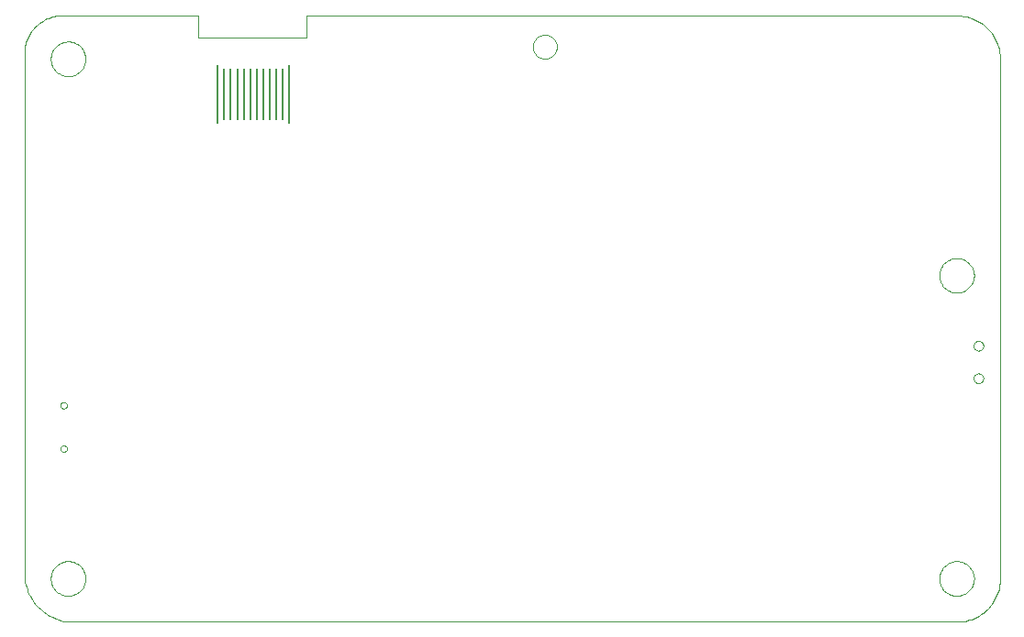
<source format=gbp>
G75*
G70*
%OFA0B0*%
%FSLAX24Y24*%
%IPPOS*%
%LPD*%
%AMOC8*
5,1,8,0,0,1.08239X$1,22.5*
%
%ADD10C,0.0000*%
%ADD11R,0.0098X0.2165*%
%ADD12R,0.0098X0.1890*%
D10*
X002159Y000141D02*
X034443Y000141D01*
X034520Y000143D01*
X034597Y000149D01*
X034674Y000158D01*
X034750Y000171D01*
X034826Y000188D01*
X034900Y000209D01*
X034974Y000233D01*
X035046Y000261D01*
X035116Y000292D01*
X035185Y000327D01*
X035253Y000365D01*
X035318Y000406D01*
X035381Y000451D01*
X035442Y000499D01*
X035501Y000549D01*
X035557Y000602D01*
X035610Y000658D01*
X035660Y000717D01*
X035708Y000778D01*
X035753Y000841D01*
X035794Y000906D01*
X035832Y000974D01*
X035867Y001043D01*
X035898Y001113D01*
X035926Y001185D01*
X035950Y001259D01*
X035971Y001333D01*
X035988Y001409D01*
X036001Y001485D01*
X036010Y001562D01*
X036016Y001639D01*
X036018Y001716D01*
X036018Y020614D01*
X036016Y020691D01*
X036010Y020768D01*
X036001Y020845D01*
X035988Y020921D01*
X035971Y020997D01*
X035950Y021071D01*
X035926Y021145D01*
X035898Y021217D01*
X035867Y021287D01*
X035832Y021356D01*
X035794Y021424D01*
X035753Y021489D01*
X035708Y021552D01*
X035660Y021613D01*
X035610Y021672D01*
X035557Y021728D01*
X035501Y021781D01*
X035442Y021831D01*
X035381Y021879D01*
X035318Y021924D01*
X035253Y021965D01*
X035185Y022003D01*
X035116Y022038D01*
X035046Y022069D01*
X034974Y022097D01*
X034900Y022121D01*
X034826Y022142D01*
X034750Y022159D01*
X034674Y022172D01*
X034597Y022181D01*
X034520Y022187D01*
X034443Y022189D01*
X034443Y022188D02*
X010821Y022188D01*
X010821Y021401D01*
X006884Y021401D01*
X006884Y022188D01*
X002159Y022188D01*
X000585Y021007D02*
X000585Y002110D01*
X001529Y001716D02*
X001531Y001766D01*
X001537Y001816D01*
X001547Y001865D01*
X001561Y001913D01*
X001578Y001960D01*
X001599Y002005D01*
X001624Y002049D01*
X001652Y002090D01*
X001684Y002129D01*
X001718Y002166D01*
X001755Y002200D01*
X001795Y002230D01*
X001837Y002257D01*
X001881Y002281D01*
X001927Y002302D01*
X001974Y002318D01*
X002022Y002331D01*
X002072Y002340D01*
X002121Y002345D01*
X002172Y002346D01*
X002222Y002343D01*
X002271Y002336D01*
X002320Y002325D01*
X002368Y002310D01*
X002414Y002292D01*
X002459Y002270D01*
X002502Y002244D01*
X002543Y002215D01*
X002582Y002183D01*
X002618Y002148D01*
X002650Y002110D01*
X002680Y002070D01*
X002707Y002027D01*
X002730Y001983D01*
X002749Y001937D01*
X002765Y001889D01*
X002777Y001840D01*
X002785Y001791D01*
X002789Y001741D01*
X002789Y001691D01*
X002785Y001641D01*
X002777Y001592D01*
X002765Y001543D01*
X002749Y001495D01*
X002730Y001449D01*
X002707Y001405D01*
X002680Y001362D01*
X002650Y001322D01*
X002618Y001284D01*
X002582Y001249D01*
X002543Y001217D01*
X002502Y001188D01*
X002459Y001162D01*
X002414Y001140D01*
X002368Y001122D01*
X002320Y001107D01*
X002271Y001096D01*
X002222Y001089D01*
X002172Y001086D01*
X002121Y001087D01*
X002072Y001092D01*
X002022Y001101D01*
X001974Y001114D01*
X001927Y001130D01*
X001881Y001151D01*
X001837Y001175D01*
X001795Y001202D01*
X001755Y001232D01*
X001718Y001266D01*
X001684Y001303D01*
X001652Y001342D01*
X001624Y001383D01*
X001599Y001427D01*
X001578Y001472D01*
X001561Y001519D01*
X001547Y001567D01*
X001537Y001616D01*
X001531Y001666D01*
X001529Y001716D01*
X000584Y002110D02*
X000576Y002023D01*
X000573Y001935D01*
X000574Y001848D01*
X000580Y001760D01*
X000589Y001673D01*
X000603Y001587D01*
X000621Y001501D01*
X000643Y001417D01*
X000670Y001333D01*
X000700Y001251D01*
X000735Y001171D01*
X000773Y001092D01*
X000815Y001016D01*
X000861Y000941D01*
X000911Y000869D01*
X000964Y000799D01*
X001020Y000732D01*
X001080Y000668D01*
X001142Y000607D01*
X001208Y000549D01*
X001276Y000494D01*
X001347Y000443D01*
X001420Y000395D01*
X001496Y000351D01*
X001574Y000311D01*
X001653Y000274D01*
X001734Y000242D01*
X001817Y000213D01*
X001901Y000189D01*
X001986Y000169D01*
X002072Y000153D01*
X002159Y000141D01*
X001884Y006440D02*
X001886Y006461D01*
X001892Y006481D01*
X001901Y006501D01*
X001913Y006518D01*
X001928Y006532D01*
X001946Y006544D01*
X001966Y006552D01*
X001986Y006557D01*
X002007Y006558D01*
X002028Y006555D01*
X002048Y006549D01*
X002067Y006538D01*
X002084Y006525D01*
X002097Y006509D01*
X002108Y006491D01*
X002116Y006471D01*
X002120Y006451D01*
X002120Y006429D01*
X002116Y006409D01*
X002108Y006389D01*
X002097Y006371D01*
X002084Y006355D01*
X002067Y006342D01*
X002048Y006331D01*
X002028Y006325D01*
X002007Y006322D01*
X001986Y006323D01*
X001966Y006328D01*
X001946Y006336D01*
X001928Y006348D01*
X001913Y006362D01*
X001901Y006379D01*
X001892Y006399D01*
X001886Y006419D01*
X001884Y006440D01*
X001884Y008015D02*
X001886Y008036D01*
X001892Y008056D01*
X001901Y008076D01*
X001913Y008093D01*
X001928Y008107D01*
X001946Y008119D01*
X001966Y008127D01*
X001986Y008132D01*
X002007Y008133D01*
X002028Y008130D01*
X002048Y008124D01*
X002067Y008113D01*
X002084Y008100D01*
X002097Y008084D01*
X002108Y008066D01*
X002116Y008046D01*
X002120Y008026D01*
X002120Y008004D01*
X002116Y007984D01*
X002108Y007964D01*
X002097Y007946D01*
X002084Y007930D01*
X002067Y007917D01*
X002048Y007906D01*
X002028Y007900D01*
X002007Y007897D01*
X001986Y007898D01*
X001966Y007903D01*
X001946Y007911D01*
X001928Y007923D01*
X001913Y007937D01*
X001901Y007954D01*
X001892Y007974D01*
X001886Y007994D01*
X001884Y008015D01*
X001529Y020614D02*
X001531Y020664D01*
X001537Y020714D01*
X001547Y020763D01*
X001561Y020811D01*
X001578Y020858D01*
X001599Y020903D01*
X001624Y020947D01*
X001652Y020988D01*
X001684Y021027D01*
X001718Y021064D01*
X001755Y021098D01*
X001795Y021128D01*
X001837Y021155D01*
X001881Y021179D01*
X001927Y021200D01*
X001974Y021216D01*
X002022Y021229D01*
X002072Y021238D01*
X002121Y021243D01*
X002172Y021244D01*
X002222Y021241D01*
X002271Y021234D01*
X002320Y021223D01*
X002368Y021208D01*
X002414Y021190D01*
X002459Y021168D01*
X002502Y021142D01*
X002543Y021113D01*
X002582Y021081D01*
X002618Y021046D01*
X002650Y021008D01*
X002680Y020968D01*
X002707Y020925D01*
X002730Y020881D01*
X002749Y020835D01*
X002765Y020787D01*
X002777Y020738D01*
X002785Y020689D01*
X002789Y020639D01*
X002789Y020589D01*
X002785Y020539D01*
X002777Y020490D01*
X002765Y020441D01*
X002749Y020393D01*
X002730Y020347D01*
X002707Y020303D01*
X002680Y020260D01*
X002650Y020220D01*
X002618Y020182D01*
X002582Y020147D01*
X002543Y020115D01*
X002502Y020086D01*
X002459Y020060D01*
X002414Y020038D01*
X002368Y020020D01*
X002320Y020005D01*
X002271Y019994D01*
X002222Y019987D01*
X002172Y019984D01*
X002121Y019985D01*
X002072Y019990D01*
X002022Y019999D01*
X001974Y020012D01*
X001927Y020028D01*
X001881Y020049D01*
X001837Y020073D01*
X001795Y020100D01*
X001755Y020130D01*
X001718Y020164D01*
X001684Y020201D01*
X001652Y020240D01*
X001624Y020281D01*
X001599Y020325D01*
X001578Y020370D01*
X001561Y020417D01*
X001547Y020465D01*
X001537Y020514D01*
X001531Y020564D01*
X001529Y020614D01*
X000585Y021007D02*
X000597Y021079D01*
X000613Y021150D01*
X000633Y021220D01*
X000656Y021289D01*
X000683Y021357D01*
X000713Y021423D01*
X000747Y021488D01*
X000784Y021550D01*
X000825Y021611D01*
X000868Y021669D01*
X000915Y021726D01*
X000964Y021779D01*
X001016Y021830D01*
X001071Y021878D01*
X001128Y021924D01*
X001187Y021966D01*
X001249Y022005D01*
X001312Y022041D01*
X001378Y022073D01*
X001444Y022102D01*
X001513Y022127D01*
X001582Y022149D01*
X001653Y022167D01*
X001724Y022181D01*
X001796Y022192D01*
X001869Y022199D01*
X001942Y022202D01*
X002015Y022201D01*
X002087Y022196D01*
X002160Y022188D01*
X019049Y021058D02*
X019051Y021099D01*
X019057Y021140D01*
X019067Y021180D01*
X019080Y021219D01*
X019097Y021256D01*
X019118Y021292D01*
X019142Y021326D01*
X019169Y021357D01*
X019198Y021385D01*
X019231Y021411D01*
X019265Y021433D01*
X019302Y021452D01*
X019340Y021467D01*
X019380Y021479D01*
X019420Y021487D01*
X019461Y021491D01*
X019503Y021491D01*
X019544Y021487D01*
X019584Y021479D01*
X019624Y021467D01*
X019662Y021452D01*
X019698Y021433D01*
X019733Y021411D01*
X019766Y021385D01*
X019795Y021357D01*
X019822Y021326D01*
X019846Y021292D01*
X019867Y021256D01*
X019884Y021219D01*
X019897Y021180D01*
X019907Y021140D01*
X019913Y021099D01*
X019915Y021058D01*
X019913Y021017D01*
X019907Y020976D01*
X019897Y020936D01*
X019884Y020897D01*
X019867Y020860D01*
X019846Y020824D01*
X019822Y020790D01*
X019795Y020759D01*
X019766Y020731D01*
X019733Y020705D01*
X019699Y020683D01*
X019662Y020664D01*
X019624Y020649D01*
X019584Y020637D01*
X019544Y020629D01*
X019503Y020625D01*
X019461Y020625D01*
X019420Y020629D01*
X019380Y020637D01*
X019340Y020649D01*
X019302Y020664D01*
X019266Y020683D01*
X019231Y020705D01*
X019198Y020731D01*
X019169Y020759D01*
X019142Y020790D01*
X019118Y020824D01*
X019097Y020860D01*
X019080Y020897D01*
X019067Y020936D01*
X019057Y020976D01*
X019051Y021017D01*
X019049Y021058D01*
X033813Y012740D02*
X033815Y012790D01*
X033821Y012840D01*
X033831Y012889D01*
X033845Y012937D01*
X033862Y012984D01*
X033883Y013029D01*
X033908Y013073D01*
X033936Y013114D01*
X033968Y013153D01*
X034002Y013190D01*
X034039Y013224D01*
X034079Y013254D01*
X034121Y013281D01*
X034165Y013305D01*
X034211Y013326D01*
X034258Y013342D01*
X034306Y013355D01*
X034356Y013364D01*
X034405Y013369D01*
X034456Y013370D01*
X034506Y013367D01*
X034555Y013360D01*
X034604Y013349D01*
X034652Y013334D01*
X034698Y013316D01*
X034743Y013294D01*
X034786Y013268D01*
X034827Y013239D01*
X034866Y013207D01*
X034902Y013172D01*
X034934Y013134D01*
X034964Y013094D01*
X034991Y013051D01*
X035014Y013007D01*
X035033Y012961D01*
X035049Y012913D01*
X035061Y012864D01*
X035069Y012815D01*
X035073Y012765D01*
X035073Y012715D01*
X035069Y012665D01*
X035061Y012616D01*
X035049Y012567D01*
X035033Y012519D01*
X035014Y012473D01*
X034991Y012429D01*
X034964Y012386D01*
X034934Y012346D01*
X034902Y012308D01*
X034866Y012273D01*
X034827Y012241D01*
X034786Y012212D01*
X034743Y012186D01*
X034698Y012164D01*
X034652Y012146D01*
X034604Y012131D01*
X034555Y012120D01*
X034506Y012113D01*
X034456Y012110D01*
X034405Y012111D01*
X034356Y012116D01*
X034306Y012125D01*
X034258Y012138D01*
X034211Y012154D01*
X034165Y012175D01*
X034121Y012199D01*
X034079Y012226D01*
X034039Y012256D01*
X034002Y012290D01*
X033968Y012327D01*
X033936Y012366D01*
X033908Y012407D01*
X033883Y012451D01*
X033862Y012496D01*
X033845Y012543D01*
X033831Y012591D01*
X033821Y012640D01*
X033815Y012690D01*
X033813Y012740D01*
X035053Y010180D02*
X035055Y010206D01*
X035061Y010232D01*
X035071Y010257D01*
X035084Y010280D01*
X035100Y010300D01*
X035120Y010318D01*
X035142Y010333D01*
X035165Y010345D01*
X035191Y010353D01*
X035217Y010357D01*
X035243Y010357D01*
X035269Y010353D01*
X035295Y010345D01*
X035319Y010333D01*
X035340Y010318D01*
X035360Y010300D01*
X035376Y010280D01*
X035389Y010257D01*
X035399Y010232D01*
X035405Y010206D01*
X035407Y010180D01*
X035405Y010154D01*
X035399Y010128D01*
X035389Y010103D01*
X035376Y010080D01*
X035360Y010060D01*
X035340Y010042D01*
X035318Y010027D01*
X035295Y010015D01*
X035269Y010007D01*
X035243Y010003D01*
X035217Y010003D01*
X035191Y010007D01*
X035165Y010015D01*
X035141Y010027D01*
X035120Y010042D01*
X035100Y010060D01*
X035084Y010080D01*
X035071Y010103D01*
X035061Y010128D01*
X035055Y010154D01*
X035053Y010180D01*
X035053Y008999D02*
X035055Y009025D01*
X035061Y009051D01*
X035071Y009076D01*
X035084Y009099D01*
X035100Y009119D01*
X035120Y009137D01*
X035142Y009152D01*
X035165Y009164D01*
X035191Y009172D01*
X035217Y009176D01*
X035243Y009176D01*
X035269Y009172D01*
X035295Y009164D01*
X035319Y009152D01*
X035340Y009137D01*
X035360Y009119D01*
X035376Y009099D01*
X035389Y009076D01*
X035399Y009051D01*
X035405Y009025D01*
X035407Y008999D01*
X035405Y008973D01*
X035399Y008947D01*
X035389Y008922D01*
X035376Y008899D01*
X035360Y008879D01*
X035340Y008861D01*
X035318Y008846D01*
X035295Y008834D01*
X035269Y008826D01*
X035243Y008822D01*
X035217Y008822D01*
X035191Y008826D01*
X035165Y008834D01*
X035141Y008846D01*
X035120Y008861D01*
X035100Y008879D01*
X035084Y008899D01*
X035071Y008922D01*
X035061Y008947D01*
X035055Y008973D01*
X035053Y008999D01*
X033813Y001716D02*
X033815Y001766D01*
X033821Y001816D01*
X033831Y001865D01*
X033845Y001913D01*
X033862Y001960D01*
X033883Y002005D01*
X033908Y002049D01*
X033936Y002090D01*
X033968Y002129D01*
X034002Y002166D01*
X034039Y002200D01*
X034079Y002230D01*
X034121Y002257D01*
X034165Y002281D01*
X034211Y002302D01*
X034258Y002318D01*
X034306Y002331D01*
X034356Y002340D01*
X034405Y002345D01*
X034456Y002346D01*
X034506Y002343D01*
X034555Y002336D01*
X034604Y002325D01*
X034652Y002310D01*
X034698Y002292D01*
X034743Y002270D01*
X034786Y002244D01*
X034827Y002215D01*
X034866Y002183D01*
X034902Y002148D01*
X034934Y002110D01*
X034964Y002070D01*
X034991Y002027D01*
X035014Y001983D01*
X035033Y001937D01*
X035049Y001889D01*
X035061Y001840D01*
X035069Y001791D01*
X035073Y001741D01*
X035073Y001691D01*
X035069Y001641D01*
X035061Y001592D01*
X035049Y001543D01*
X035033Y001495D01*
X035014Y001449D01*
X034991Y001405D01*
X034964Y001362D01*
X034934Y001322D01*
X034902Y001284D01*
X034866Y001249D01*
X034827Y001217D01*
X034786Y001188D01*
X034743Y001162D01*
X034698Y001140D01*
X034652Y001122D01*
X034604Y001107D01*
X034555Y001096D01*
X034506Y001089D01*
X034456Y001086D01*
X034405Y001087D01*
X034356Y001092D01*
X034306Y001101D01*
X034258Y001114D01*
X034211Y001130D01*
X034165Y001151D01*
X034121Y001175D01*
X034079Y001202D01*
X034039Y001232D01*
X034002Y001266D01*
X033968Y001303D01*
X033936Y001342D01*
X033908Y001383D01*
X033883Y001427D01*
X033862Y001472D01*
X033845Y001519D01*
X033831Y001567D01*
X033821Y001616D01*
X033815Y001666D01*
X033813Y001716D01*
D11*
X010195Y019306D03*
X007596Y019306D03*
D12*
X007833Y019306D03*
X008069Y019306D03*
X008305Y019306D03*
X008541Y019306D03*
X008777Y019306D03*
X009014Y019306D03*
X009250Y019306D03*
X009486Y019306D03*
X009722Y019306D03*
X009959Y019306D03*
M02*

</source>
